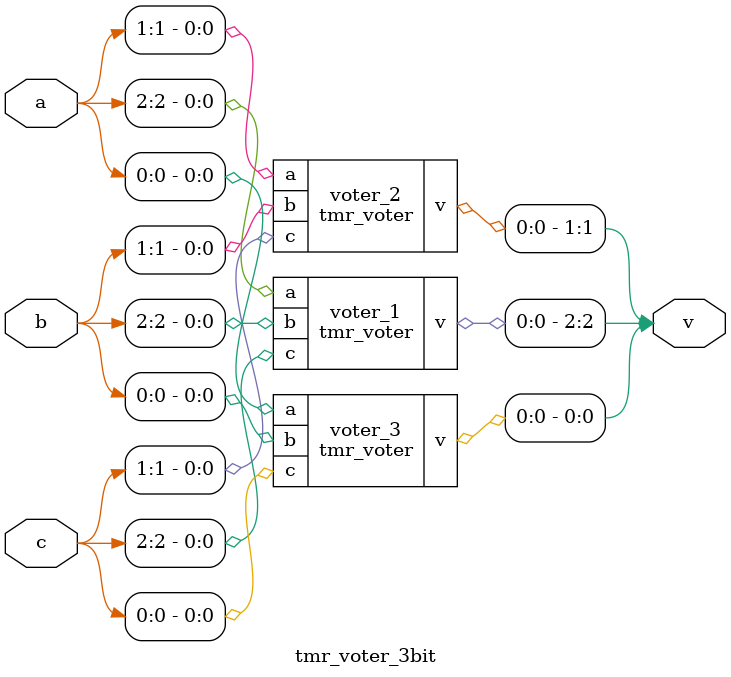
<source format=v>
 /**************************************************************************/
 /*  Stub for Project in EE382M - Dependable Computing
 */
 /*
 */
 /*  Do not change I/O names in main() module
 */
 /*
 */
 /**************************************************************************/

module main(A0,A1,A2,B0,B1,B2,PAR,C0,C1,C2,X0,X1,X2,XC,XE0,XE1,
             Y0,Y1,Y2,YC,YE0,YE1);

  input A0,A1,A2,B0,B1,B2,PAR,C0,C1,C2;
  output X0,X1,X2,XC,XE0,XE1,Y0,Y1,Y2,YC,YE0,YE1;
  
  /* add your design here */
  //Determine if input is a codeword or not
  wire [2:0] cw_e_tmr;
  wire [2:0] cw_e_tmr_bar;
  wire       cw_e;
  wire       cw_e_bar;

  codeword_check codeword_checker_1(A0,A1,A2,B0,B1,B2,PAR,cw_e_tmr[0],cw_e_tmr_bar[0]);
  codeword_check codeword_checker_2(A0,A1,A2,B0,B1,B2,PAR,cw_e_tmr[1],cw_e_tmr_bar[1]);
  codeword_check codeword_checker_3(A0,A1,A2,B0,B1,B2,PAR,cw_e_tmr[2],cw_e_tmr_bar[2]);
  tmr_voter      tmr_voter_cw_0(cw_e_tmr[0],cw_e_tmr[1],cw_e_tmr[2],cw_e);
  tmr_voter      tmr_voter_cw_1(cw_e_tmr_bar[0],cw_e_tmr_bar[1],cw_e_tmr_bar[2],cw_e_bar);
   

  
  //Determine if the control signal is one-hot or not
  wire [2:0] ci_e_tmr;
  wire [2:0] ci_e_tmr_bar;
  wire       ci_e;
  wire       ci_e_bar;
  control_check ctl_checker_1(C0,C1,C2,ci_e_tmr[0],ci_e_tmr_bar[0]);
  control_check ctl_checker_2(C0,C1,C2,ci_e_tmr[1],ci_e_tmr_bar[1]);
  control_check ctl_checker_3(C0,C1,C2,ci_e_tmr[2],ci_e_tmr_bar[2]);
  tmr_voter     tmr_voter_ci_0(ci_e_tmr[0],ci_e_tmr[1],ci_e_tmr[2],ci_e);
  tmr_voter     tmr_voter_ci_1(ci_e_tmr_bar[0],ci_e_tmr_bar[1],ci_e_tmr_bar[2],ci_e_bar);

  //Determine the operation type and encode 
  wire [2:0]post_a;
  wire [2:0]post_b;
  wire [2:0]post_a_r;
  wire [2:0]post_b_r;
  wire [2:0]comp_a;
  wire [2:0]comp_b;
  wire [2:0]comp_a_r_1;
  wire [2:0]comp_a_r_2;
  wire [2:0]comp_a_r_3;
  wire [2:0]comp_b_r_1;
  wire [2:0]comp_b_r_2;
  wire [2:0]comp_b_r_3;
  
  assign comp_a_r_1 = {!A2,!A1,!A0} + 1;
  assign comp_a_r_2 = {!A2,!A1,!A0} + 1;
  assign comp_a_r_3 = {!A2,!A1,!A0} + 1;

  assign comp_b_r_1 = {!B2,!B1,!B0} + 1;
  assign comp_b_r_2 = {!B2,!B1,!B0} + 1;
  assign comp_b_r_3 = {!B2,!B1,!B0} + 1;
  
  tmr_voter_3bit tmr_voter_3bit_comp_a(comp_a_r_1,comp_a_r_2,comp_a_r_3,comp_a);
  tmr_voter_3bit tmr_voter_3bit_comp_b(comp_b_r_1,comp_b_r_2,comp_b_r_3,comp_b);
  

  wire [2:0] post_a_r2;
  wire [2:0] post_a_r1;
  assign post_a_r = C2?comp_a:{A2,A1,A0};
  assign post_a_r1 = C2?comp_a:{A2,A1,A0};
  assign post_a_r2 = C2?comp_a:{A2,A1,A0};
  tmr_voter_3bit t1(post_a_r2,post_a_r, post_a_r1, post_a);
  
  wire [2:0] post_b_r2;
  wire [2:0] post_b_r1;
  assign post_b_r = C1?comp_b:{B2,B1,B0};
  assign post_b_r1 = C1?comp_b:{B2,B1,B0};
  assign post_b_r2 = C1?comp_b:{B2,B1,B0};
  tmr_voter_3bit t2(post_b_r2, post_b_r, post_b_r1, post_b); 

  //Decode data using hamming code
  wire [2:0]hm_code_a;
  wire [2:0]hm_code_b;
  wire [2:0]hm_code_a_r;
  wire [2:0]hm_code_b_r;

  hm_encode hm_encode_1_a(post_a,hm_code_a);
  hm_encode hm_encode_1_b(post_b,hm_code_b);

  hm_encode hm_encode_1_a_r(post_a,hm_code_a_r);
  hm_encode hm_encode_1_b_r(post_b,hm_code_b_r);


  //Adder1
  wire [2:0] a_1; 
  wire [2:0] b_1;
  wire       cout_1; 
  wire [1:0] w_adder_1; 
  wire [2:0] pre_sum_1; 
  
  assign a_1[2:0] = post_a[2:0]; 
  assign b_1[2:0] = post_b[2:0]; 
  
  one_bit_adder adder_1_1(a_1[0],b_1[0],1'b0,pre_sum_1[0],w_adder_1[0]);
  one_bit_adder adder_1_2(a_1[1],b_1[1],w_adder_1[0],pre_sum_1[1],w_adder_1[1]);
  one_bit_adder adder_1_3(a_1[2],b_1[2],w_adder_1[1],pre_sum_1[2],cout_1);
  
  //Adder1 redundancy 
  wire [2:0] a_1_r; 
  wire [2:0] b_1_r;
  wire       cout_1_r; 
  wire [1:0] w_adder_1_r; 
  wire [2:0] pre_sum_1_r; 
  
  assign a_1_r[2:0] = post_a[2:0]; 
  assign b_1_r[2:0] = post_b[2:0]; 
  
  one_bit_adder adder_1_1_r(a_1_r[0],b_1_r[0],1'b0,pre_sum_1_r[0],w_adder_1_r[0]);
  one_bit_adder adder_1_2_r(a_1_r[1],b_1_r[1],w_adder_1_r[0],pre_sum_1_r[1],w_adder_1_r[1]);
  one_bit_adder adder_1_3_r(a_1_r[2],b_1_r[2],w_adder_1_r[1],pre_sum_1_r[2],cout_1_r);

  //Correct error using hamming code
  wire [2:0]post_sum_1;
  wire [2:0]post_sum_1_r;
  wire [2:0]hm_code_carry_1;
  wire [2:0]hm_code_carry_1_r;

  hm_encode hm_encode_1_carry({w_adder_1[1],w_adder_1[0],1'b0},hm_code_carry_1);
  hm_encode hm_encode_1_carry_r({w_adder_1_r[1],w_adder_1_r[0],1'b0},hm_code_carry_1_r);
  hm_err_cor hm_err_cor_1(pre_sum_1,hm_code_a,hm_code_b,hm_code_carry_1,post_sum_1);
  hm_err_cor hm_err_cor_1_r(pre_sum_1_r,hm_code_a_r,hm_code_b_r,hm_code_carry_1_r,post_sum_1_r);

  //assign value
  assign X0 = post_sum_1[0];
  assign X1 = post_sum_1[1];
  assign X2 = post_sum_1[2];
  assign XC = cout_1; 
  //FIXME assign X0 = pre_sum_1[0];
  //FIXME assign X1 = pre_sum_1[1];
  //FIXME assign X2 = pre_sum_1[2];

  //Adder2
  wire [2:0] a_2; 
  wire [2:0] b_2;
  wire       cout_2; 
  wire [1:0] w_adder_2; 
  wire [2:0] pre_sum_2; 
  
  assign a_2[2:0] = post_a[2:0]; 
  assign b_2[2:0] = post_b[2:0]; 
  
  one_bit_adder adder_2_1(a_2[0],b_2[0],1'b0,pre_sum_2[0],w_adder_2[0]);
  one_bit_adder adder_2_2(a_2[1],b_2[1],w_adder_2[0],pre_sum_2[1],w_adder_2[1]);
  one_bit_adder adder_2_3(a_2[2],b_2[2],w_adder_2[1],pre_sum_2[2],cout_2);
  
  
  //Adder2 redundancy 
  wire [2:0] a_2_r; 
  wire [2:0] b_2_r;
  wire       cout_2_r; 
  wire [1:0] w_adder_2_r; 
  wire [2:0] pre_sum_2_r; 
  
  assign a_2_r[2:0] = post_a[2:0]; 
  assign b_2_r[2:0] = post_b[2:0]; 
  
  one_bit_adder adder_2_1_r(a_2_r[0],b_2_r[0],1'b0,pre_sum_2_r[0],w_adder_2_r[0]);
  one_bit_adder adder_2_2_r(a_2_r[1],b_2_r[1],w_adder_2_r[0],pre_sum_2_r[1],w_adder_2_r[1]);
  one_bit_adder adder_2_3_r(a_2_r[2],b_2_r[2],w_adder_2_r[1],pre_sum_2_r[2],cout_2_r);

  //Correct error using hamming code
  wire [2:0]post_sum_2;
  wire [2:0]post_sum_2_r;
  wire [2:0]hm_code_carry_2;
  wire [2:0]hm_code_carry_2_r;

  //assign value
  //assign Y0 = pre_sum_2[0];
  //assign Y1 = pre_sum_2[1];
  //assign Y2 = pre_sum_2[2];
  assign Y0 = post_sum_2[0];
  assign Y1 = post_sum_2[1];
  assign Y2 = post_sum_2[2];
  assign YC = cout_2; 

  hm_encode hm_encode_2_carry({w_adder_2[1],w_adder_2[0],1'b0},hm_code_carry_2);
  hm_encode hm_encode_2_carry_r({w_adder_2_r[1],w_adder_2_r[0],1'b0},hm_code_carry_2_r);
  hm_err_cor hm_err_cor_2(pre_sum_2,hm_code_a,hm_code_b,hm_code_carry_2,post_sum_2);
  hm_err_cor hm_err_cor_2_r(pre_sum_2_r,hm_code_a_r,hm_code_b_r,hm_code_carry_2_r,post_sum_2_r);


  //Error logic
  wire  pre_x0_e;
  wire  pre_x0_e_r;
  wire  pre_x1_e;
  wire  pre_x1_e_r;
  
  wire  pre_y0_e;
  wire  pre_y0_e_r;
  wire  pre_y1_e;
  wire  pre_y1_e_r;
  
  
  //Parity checking(redundancy)
  assign pre_x0_e = (post_sum_1[0]^post_sum_1_r[0]) | (post_sum_1[1]^post_sum_1_r[1]);
  assign pre_x0_e_r = !((post_sum_1[0]^post_sum_1_r[0]) | (post_sum_1[1]^post_sum_1_r[1]));
  assign pre_x1_e = (post_sum_1[2]^post_sum_1_r[2]) | (cout_1^cout_1_r);
  assign pre_x1_e_r = !((post_sum_1[2]^post_sum_1_r[2]) | (cout_1^cout_1_r));

  assign pre_y0_e = (post_sum_2[0]^post_sum_2_r[0]) | (post_sum_2[1]^post_sum_2_r[1]);
  assign pre_y0_e_r= !((post_sum_2[0]^post_sum_2_r[0]) | (post_sum_2[1]^post_sum_2_r[1]));
  assign pre_y1_e = (post_sum_2[2]^post_sum_2_r[2]) | (cout_2^cout_2_r);
  assign pre_y1_e_r = !((post_sum_2[2]^post_sum_2_r[2]) | (cout_2^cout_2_r));

  //Combine all error signal 
  wire [3:0]xe_0;
  wire [3:0]xe_1;
  wire [3:0]ye_0;
  wire [3:0]ye_1;
  wire cw_ctl_e;
  wire cw_ctl_e_bar;
  
   
   trc trc_cw_ctrl(cw_e_bar,cw_e,ci_e,ci_e_bar,cw_ctl_e,cw_ctl_e_bar);
   trc trc_x_r_1(pre_x0_e,pre_x1_e_r,pre_x0_e,pre_x1_e_r,xe_0[0],xe_1[0]);
   trc trc_x_r_2(pre_x0_e,pre_x1_e_r,pre_x0_e,pre_x1_e_r,xe_0[1],xe_1[1]);
   trc trc_x_r_3(pre_x0_e,pre_x1_e_r,pre_x0_e,pre_x1_e_r,xe_0[2],xe_1[2]);
   trc trc_y_r_1(pre_y0_e,pre_y1_e_r,pre_y0_e,pre_y1_e_r,ye_0[0],ye_1[0]);
   trc trc_y_r_2(pre_y0_e,pre_y1_e_r,pre_y0_e,pre_y1_e_r,ye_0[1],ye_1[1]);
   trc trc_y_r_3(pre_y0_e,pre_y1_e_r,pre_y0_e,pre_y1_e_r,ye_0[2],ye_1[2]);
   
   
  tmr_voter tmr_voter_xe_0(xe_0[0],xe_0[1],xe_0[2],xe_0[3]);
  tmr_voter tmr_voter_xe_1(xe_1[0],xe_1[1],xe_1[2],xe_1[3]);
  tmr_voter tmr_voter_ye_0(ye_0[0],ye_0[1],ye_0[2],ye_0[3]);
  tmr_voter tmr_voter_ye_1(ye_1[0],ye_1[1],ye_1[2],ye_1[3]);
   
   trc trc_x(xe_0[3],xe_1[3],cw_ctl_e,cw_ctl_e_bar,XE0,XE1);
   trc trc_y(ye_0[3],ye_1[3],cw_ctl_e,cw_ctl_e_bar,YE0,YE1);

   //FIXME tmr_voter tmr_voter_xe0(xe_0[0],xe_0[1],xe_0[2],XE0);
   //FIXME tmr_voter tmr_voter_xe1(xe_1[0],xe_1[1],xe_1[2],XE1);
   //FIXME tmr_voter tmr_voter_ye0(ye_0[0],ye_0[1],ye_0[2],YE0);
   //FIXME tmr_voter tmr_voter_ye1(ye_1[0],ye_1[1],ye_1[2],YE1);
  endmodule
  


module hm_encode(message,code);
input  [2:0] message;
output [2:0] code;

wire p1,p2,p4;

assign p1 = message[0]^message[1];
assign p2 = message[0]^message[2];
assign p4 = message[1]^message[2];
assign code = {p4,p2,p1};
endmodule

module hm_err_cor(message,a_p,b_p,carry_p,r_message);
input  [2:0] message;
input  [2:0] a_p;
input  [2:0] b_p;
input  [2:0] carry_p;
output [2:0] r_message;

wire p1_exp,p2_exp,p4_exp;
wire p1_act,p2_act,p4_act;
wire p1_e,p2_e,p4_e; 

assign p1_exp = a_p[0]^b_p[0]^carry_p[0];
assign p2_exp = a_p[1]^b_p[1]^carry_p[1];
assign p4_exp = a_p[2]^b_p[2]^carry_p[2];

assign p1_act = message[0]^message[1];
assign p2_act = message[0]^message[2];
assign p4_act = message[1]^message[2];

assign p1_e =p1_exp^p1_act;
assign p2_e =p2_exp^p2_act;
assign p4_e =p4_exp^p4_act;

assign r_message = {(p1_e&p2_e&p4_e)^message[2],(p1_e&p4_e)^message[1],(p1_e&p2_e)^message[0]};//need a seperate alu for adding parity bit
endmodule

  module one_bit_adder(a0,b0,c0,s0,c1);
  
  /* three inputs which are 1 bit each */
  input a0;
  input b0;
  input c0;/* carry in */
  
  /* two outputs which are 1 bit each */
  output s0;/* sum */
  output c1;/* carry out */
  
  assign s0 = a0^b0^c0;
  assign c1 = (a0&b0)|(b0&c0)|(c0&a0);
  
  endmodule

  module ft_fa(a0,b0,c0,sum,cout);
  input a0,b0,c0;
  output sum,cout;
  
  wire sum_act,cout_act;
  one_bit_adder adder(a0,b0,c0,sum_act,cout_act);

  wire g3,g2,g1;
  wire s1,c1;
  wire fs,fc;
  wire fu;
  
  assign g3 = a0&b0&c0;
  assign g2 = b0&c0;
  assign g1 = b0|c0;
  
  assign fu = ((!a0)&(!b0)&(!c0)) | (a0&b0&c0);
  assign c1 = a0?g1:g2;
  assign s1 = fu?g3:(!c1);
  
  assign fs  = s1^sum_act;
  assign fc  = c1^cout_act;
  
  assign sum = fs?(!s1):s1;
  assign cout= fc?(!c1):c1;

  endmodule


  module codeword_check(a0,a1,a2,b0,b1,b2,par,er,er_bar);
    input a0,a1,a2,b0,b1,b2,par;
    output er;
    output er_bar;
    wire       is_n_cw,is_n_cw_b;
    wire [1:0] w_cw; 
  
    assign w_cw[0] = a1^a2;
    assign is_n_cw = a0^w_cw[0];
    assign w_cw[1] = b1^b2;
    assign is_n_cw_b = b0^w_cw[1];
  
    assign er = is_n_cw^par;
    assign er_bar = is_n_cw_b;
  endmodule

  module control_check(c0,c1,c2,er,er_bar);
    input c0,c1,c2;
    output er,er_bar;
    wire w_ci; 

    assign w_ci = c0&c1&c2;
    
    assign er     = (c0^c1)|w_ci;
    assign er_bar = c2|w_ci;
  endmodule
  
  module trc(x0,x1,y0,y1,output1,output2);
    input x0,x1,y0,y1;
    output output1,output2;
    
    wire[3:0] w;
     

    assign w[0]=x0&y1;
    assign w[1]=x1&y0;
    assign w[2]=x0&y0;
    assign w[3]=x1&y1;

    assign output1= w[0]|w[1];
    assign output2= w[2]|w[3];
  endmodule
  module tmr_voter(a,b,c,v);
    input a,b,c;
    output v;
    wire s;

    assign s = a^b;
    assign v = s?c:b;

  endmodule 

  module tmr_voter_3bit(a,b,c,v);
    input [2:0]a;
    input [2:0]b;
    input [2:0]c;
    output[2:0]v;
    
    tmr_voter voter_1(a[2],b[2],c[2],v[2]);
    tmr_voter voter_2(a[1],b[1],c[1],v[1]);
    tmr_voter voter_3(a[0],b[0],c[0],v[0]);

  endmodule 
//module hm_encode_p(message,code,hm_par);
//input  [2:0] message;
//output [2:0] codeword;
//output       hm_par;
//
//wire p1,p2,p4,par;
//
//assign p1 = message[0]^message[1];
//assign p2 = message[0]^message[2];
//assign p4 = message[1]^message[2];
//assign par = message[2]^message[1]^message[0]^p1^p2^p4;
//assign code = {par,p4,p2,p1};
//endmodule
//
//
//module hm_err_cor_p(message,a_p,b_p,carry_p,hm_par,r_message,er);
//input  [2:0] message;
//input  [2:0] a_p;
//input  [2:0] b_p;
//input  [2:0] carry_p;
//input        hm_par;
//output [2:0] r_message;
//output       er;
//
//wire p1_exp,p2_exp,p4_exp;
//wire p1_act,p2_act,p4_act;
//wire p1_e,p2_e,p4_e; 
//wire par_act; 
//wire par_exp; 
//
//assign p1_exp = a_p[0]^b_p[0]^carry_p[0];
//assign p2_exp = a_p[1]^b_p[1]^carry_p[1];
//assign p4_exp = a_p[2]^b_p[2]^carry_p[2];
//
//assign p1_act = message[0]^message[1];
//assign p2_act = message[0]^message[2];
//assign p4_act = message[1]^message[2];
//
//assign p1_e =p1_exp^p1_act;
//assign p2_e =p2_exp^p2_act;
//assign p4_e =p4_exp^p4_act;
//
//assign r_message = {(p1_e&p2_e&p4_e)^message[2],(p1_e&p4_e)^message[1],(p1_e&p2_e)^message[0]};//need a seperate alu for adding parity bit
//
//assign par_act = message[2]^message[1]^message[0]^p1_act^p2_act^p2_act;
//assign par_act = message[2]^message[1]^message[0]^p1_act^p2_act^p2_act;
////assign er = (p1_e | p2_e | p3_e)&
//endmodule




</source>
